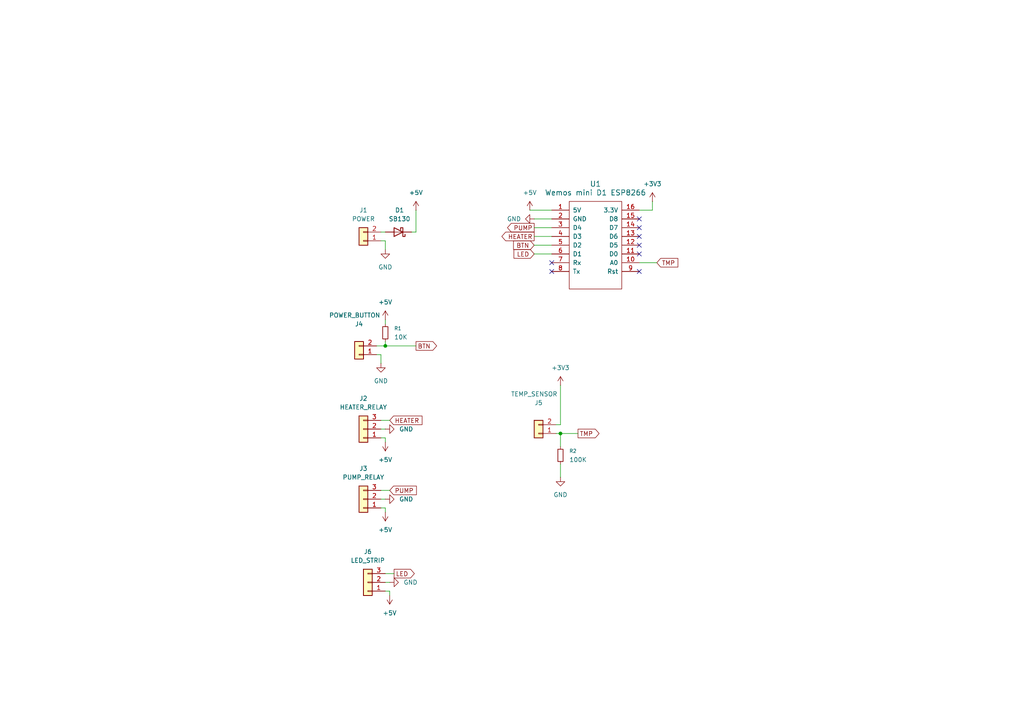
<source format=kicad_sch>
(kicad_sch
	(version 20250114)
	(generator "eeschema")
	(generator_version "9.0")
	(uuid "d323d366-709b-4012-b76f-a82d0c4d9b38")
	(paper "A4")
	(lib_symbols
		(symbol "Connector_Generic:Conn_01x02"
			(pin_names
				(offset 1.016)
				(hide yes)
			)
			(exclude_from_sim no)
			(in_bom yes)
			(on_board yes)
			(property "Reference" "J"
				(at 0 2.54 0)
				(effects
					(font
						(size 1.27 1.27)
					)
				)
			)
			(property "Value" "Conn_01x02"
				(at 0 -5.08 0)
				(effects
					(font
						(size 1.27 1.27)
					)
				)
			)
			(property "Footprint" ""
				(at 0 0 0)
				(effects
					(font
						(size 1.27 1.27)
					)
					(hide yes)
				)
			)
			(property "Datasheet" "~"
				(at 0 0 0)
				(effects
					(font
						(size 1.27 1.27)
					)
					(hide yes)
				)
			)
			(property "Description" "Generic connector, single row, 01x02, script generated (kicad-library-utils/schlib/autogen/connector/)"
				(at 0 0 0)
				(effects
					(font
						(size 1.27 1.27)
					)
					(hide yes)
				)
			)
			(property "ki_keywords" "connector"
				(at 0 0 0)
				(effects
					(font
						(size 1.27 1.27)
					)
					(hide yes)
				)
			)
			(property "ki_fp_filters" "Connector*:*_1x??_*"
				(at 0 0 0)
				(effects
					(font
						(size 1.27 1.27)
					)
					(hide yes)
				)
			)
			(symbol "Conn_01x02_1_1"
				(rectangle
					(start -1.27 1.27)
					(end 1.27 -3.81)
					(stroke
						(width 0.254)
						(type default)
					)
					(fill
						(type background)
					)
				)
				(rectangle
					(start -1.27 0.127)
					(end 0 -0.127)
					(stroke
						(width 0.1524)
						(type default)
					)
					(fill
						(type none)
					)
				)
				(rectangle
					(start -1.27 -2.413)
					(end 0 -2.667)
					(stroke
						(width 0.1524)
						(type default)
					)
					(fill
						(type none)
					)
				)
				(pin passive line
					(at -5.08 0 0)
					(length 3.81)
					(name "Pin_1"
						(effects
							(font
								(size 1.27 1.27)
							)
						)
					)
					(number "1"
						(effects
							(font
								(size 1.27 1.27)
							)
						)
					)
				)
				(pin passive line
					(at -5.08 -2.54 0)
					(length 3.81)
					(name "Pin_2"
						(effects
							(font
								(size 1.27 1.27)
							)
						)
					)
					(number "2"
						(effects
							(font
								(size 1.27 1.27)
							)
						)
					)
				)
			)
			(embedded_fonts no)
		)
		(symbol "Connector_Generic:Conn_01x03"
			(pin_names
				(offset 1.016)
				(hide yes)
			)
			(exclude_from_sim no)
			(in_bom yes)
			(on_board yes)
			(property "Reference" "J"
				(at 0 5.08 0)
				(effects
					(font
						(size 1.27 1.27)
					)
				)
			)
			(property "Value" "Conn_01x03"
				(at 0 -5.08 0)
				(effects
					(font
						(size 1.27 1.27)
					)
				)
			)
			(property "Footprint" ""
				(at 0 0 0)
				(effects
					(font
						(size 1.27 1.27)
					)
					(hide yes)
				)
			)
			(property "Datasheet" "~"
				(at 0 0 0)
				(effects
					(font
						(size 1.27 1.27)
					)
					(hide yes)
				)
			)
			(property "Description" "Generic connector, single row, 01x03, script generated (kicad-library-utils/schlib/autogen/connector/)"
				(at 0 0 0)
				(effects
					(font
						(size 1.27 1.27)
					)
					(hide yes)
				)
			)
			(property "ki_keywords" "connector"
				(at 0 0 0)
				(effects
					(font
						(size 1.27 1.27)
					)
					(hide yes)
				)
			)
			(property "ki_fp_filters" "Connector*:*_1x??_*"
				(at 0 0 0)
				(effects
					(font
						(size 1.27 1.27)
					)
					(hide yes)
				)
			)
			(symbol "Conn_01x03_1_1"
				(rectangle
					(start -1.27 3.81)
					(end 1.27 -3.81)
					(stroke
						(width 0.254)
						(type default)
					)
					(fill
						(type background)
					)
				)
				(rectangle
					(start -1.27 2.667)
					(end 0 2.413)
					(stroke
						(width 0.1524)
						(type default)
					)
					(fill
						(type none)
					)
				)
				(rectangle
					(start -1.27 0.127)
					(end 0 -0.127)
					(stroke
						(width 0.1524)
						(type default)
					)
					(fill
						(type none)
					)
				)
				(rectangle
					(start -1.27 -2.413)
					(end 0 -2.667)
					(stroke
						(width 0.1524)
						(type default)
					)
					(fill
						(type none)
					)
				)
				(pin passive line
					(at -5.08 2.54 0)
					(length 3.81)
					(name "Pin_1"
						(effects
							(font
								(size 1.27 1.27)
							)
						)
					)
					(number "1"
						(effects
							(font
								(size 1.27 1.27)
							)
						)
					)
				)
				(pin passive line
					(at -5.08 0 0)
					(length 3.81)
					(name "Pin_2"
						(effects
							(font
								(size 1.27 1.27)
							)
						)
					)
					(number "2"
						(effects
							(font
								(size 1.27 1.27)
							)
						)
					)
				)
				(pin passive line
					(at -5.08 -2.54 0)
					(length 3.81)
					(name "Pin_3"
						(effects
							(font
								(size 1.27 1.27)
							)
						)
					)
					(number "3"
						(effects
							(font
								(size 1.27 1.27)
							)
						)
					)
				)
			)
			(embedded_fonts no)
		)
		(symbol "Device:R_Small"
			(pin_numbers
				(hide yes)
			)
			(pin_names
				(offset 0.254)
				(hide yes)
			)
			(exclude_from_sim no)
			(in_bom yes)
			(on_board yes)
			(property "Reference" "R"
				(at 0 0 90)
				(effects
					(font
						(size 1.016 1.016)
					)
				)
			)
			(property "Value" "R_Small"
				(at 1.778 0 90)
				(effects
					(font
						(size 1.27 1.27)
					)
				)
			)
			(property "Footprint" ""
				(at 0 0 0)
				(effects
					(font
						(size 1.27 1.27)
					)
					(hide yes)
				)
			)
			(property "Datasheet" "~"
				(at 0 0 0)
				(effects
					(font
						(size 1.27 1.27)
					)
					(hide yes)
				)
			)
			(property "Description" "Resistor, small symbol"
				(at 0 0 0)
				(effects
					(font
						(size 1.27 1.27)
					)
					(hide yes)
				)
			)
			(property "ki_keywords" "R resistor"
				(at 0 0 0)
				(effects
					(font
						(size 1.27 1.27)
					)
					(hide yes)
				)
			)
			(property "ki_fp_filters" "R_*"
				(at 0 0 0)
				(effects
					(font
						(size 1.27 1.27)
					)
					(hide yes)
				)
			)
			(symbol "R_Small_0_1"
				(rectangle
					(start -0.762 1.778)
					(end 0.762 -1.778)
					(stroke
						(width 0.2032)
						(type default)
					)
					(fill
						(type none)
					)
				)
			)
			(symbol "R_Small_1_1"
				(pin passive line
					(at 0 2.54 270)
					(length 0.762)
					(name "~"
						(effects
							(font
								(size 1.27 1.27)
							)
						)
					)
					(number "1"
						(effects
							(font
								(size 1.27 1.27)
							)
						)
					)
				)
				(pin passive line
					(at 0 -2.54 90)
					(length 0.762)
					(name "~"
						(effects
							(font
								(size 1.27 1.27)
							)
						)
					)
					(number "2"
						(effects
							(font
								(size 1.27 1.27)
							)
						)
					)
				)
			)
			(embedded_fonts no)
		)
		(symbol "Diode:SB130"
			(pin_numbers
				(hide yes)
			)
			(pin_names
				(offset 1.016)
				(hide yes)
			)
			(exclude_from_sim no)
			(in_bom yes)
			(on_board yes)
			(property "Reference" "D"
				(at 0 2.54 0)
				(effects
					(font
						(size 1.27 1.27)
					)
				)
			)
			(property "Value" "SB130"
				(at 0 -2.54 0)
				(effects
					(font
						(size 1.27 1.27)
					)
				)
			)
			(property "Footprint" "Diode_THT:D_DO-41_SOD81_P10.16mm_Horizontal"
				(at 0 -4.445 0)
				(effects
					(font
						(size 1.27 1.27)
					)
					(hide yes)
				)
			)
			(property "Datasheet" "http://www.diodes.com/_files/datasheets/ds23022.pdf"
				(at 0 0 0)
				(effects
					(font
						(size 1.27 1.27)
					)
					(hide yes)
				)
			)
			(property "Description" "30V 1A Schottky Barrier Rectifier Diode, DO-41"
				(at 0 0 0)
				(effects
					(font
						(size 1.27 1.27)
					)
					(hide yes)
				)
			)
			(property "ki_keywords" "diode Schottky"
				(at 0 0 0)
				(effects
					(font
						(size 1.27 1.27)
					)
					(hide yes)
				)
			)
			(property "ki_fp_filters" "D*DO?41*"
				(at 0 0 0)
				(effects
					(font
						(size 1.27 1.27)
					)
					(hide yes)
				)
			)
			(symbol "SB130_0_1"
				(polyline
					(pts
						(xy -1.905 0.635) (xy -1.905 1.27) (xy -1.27 1.27) (xy -1.27 -1.27) (xy -0.635 -1.27) (xy -0.635 -0.635)
					)
					(stroke
						(width 0.254)
						(type default)
					)
					(fill
						(type none)
					)
				)
				(polyline
					(pts
						(xy 1.27 1.27) (xy 1.27 -1.27) (xy -1.27 0) (xy 1.27 1.27)
					)
					(stroke
						(width 0.254)
						(type default)
					)
					(fill
						(type none)
					)
				)
				(polyline
					(pts
						(xy 1.27 0) (xy -1.27 0)
					)
					(stroke
						(width 0)
						(type default)
					)
					(fill
						(type none)
					)
				)
			)
			(symbol "SB130_1_1"
				(pin passive line
					(at -3.81 0 0)
					(length 2.54)
					(name "K"
						(effects
							(font
								(size 1.27 1.27)
							)
						)
					)
					(number "1"
						(effects
							(font
								(size 1.27 1.27)
							)
						)
					)
				)
				(pin passive line
					(at 3.81 0 180)
					(length 2.54)
					(name "A"
						(effects
							(font
								(size 1.27 1.27)
							)
						)
					)
					(number "2"
						(effects
							(font
								(size 1.27 1.27)
							)
						)
					)
				)
			)
			(embedded_fonts no)
		)
		(symbol "power:+3V3"
			(power)
			(pin_numbers
				(hide yes)
			)
			(pin_names
				(offset 0)
				(hide yes)
			)
			(exclude_from_sim no)
			(in_bom yes)
			(on_board yes)
			(property "Reference" "#PWR"
				(at 0 -3.81 0)
				(effects
					(font
						(size 1.27 1.27)
					)
					(hide yes)
				)
			)
			(property "Value" "+3V3"
				(at 0 3.556 0)
				(effects
					(font
						(size 1.27 1.27)
					)
				)
			)
			(property "Footprint" ""
				(at 0 0 0)
				(effects
					(font
						(size 1.27 1.27)
					)
					(hide yes)
				)
			)
			(property "Datasheet" ""
				(at 0 0 0)
				(effects
					(font
						(size 1.27 1.27)
					)
					(hide yes)
				)
			)
			(property "Description" "Power symbol creates a global label with name \"+3V3\""
				(at 0 0 0)
				(effects
					(font
						(size 1.27 1.27)
					)
					(hide yes)
				)
			)
			(property "ki_keywords" "global power"
				(at 0 0 0)
				(effects
					(font
						(size 1.27 1.27)
					)
					(hide yes)
				)
			)
			(symbol "+3V3_0_1"
				(polyline
					(pts
						(xy -0.762 1.27) (xy 0 2.54)
					)
					(stroke
						(width 0)
						(type default)
					)
					(fill
						(type none)
					)
				)
				(polyline
					(pts
						(xy 0 2.54) (xy 0.762 1.27)
					)
					(stroke
						(width 0)
						(type default)
					)
					(fill
						(type none)
					)
				)
				(polyline
					(pts
						(xy 0 0) (xy 0 2.54)
					)
					(stroke
						(width 0)
						(type default)
					)
					(fill
						(type none)
					)
				)
			)
			(symbol "+3V3_1_1"
				(pin power_in line
					(at 0 0 90)
					(length 0)
					(name "~"
						(effects
							(font
								(size 1.27 1.27)
							)
						)
					)
					(number "1"
						(effects
							(font
								(size 1.27 1.27)
							)
						)
					)
				)
			)
			(embedded_fonts no)
		)
		(symbol "power:+5V"
			(power)
			(pin_numbers
				(hide yes)
			)
			(pin_names
				(offset 0)
				(hide yes)
			)
			(exclude_from_sim no)
			(in_bom yes)
			(on_board yes)
			(property "Reference" "#PWR"
				(at 0 -3.81 0)
				(effects
					(font
						(size 1.27 1.27)
					)
					(hide yes)
				)
			)
			(property "Value" "+5V"
				(at 0 3.556 0)
				(effects
					(font
						(size 1.27 1.27)
					)
				)
			)
			(property "Footprint" ""
				(at 0 0 0)
				(effects
					(font
						(size 1.27 1.27)
					)
					(hide yes)
				)
			)
			(property "Datasheet" ""
				(at 0 0 0)
				(effects
					(font
						(size 1.27 1.27)
					)
					(hide yes)
				)
			)
			(property "Description" "Power symbol creates a global label with name \"+5V\""
				(at 0 0 0)
				(effects
					(font
						(size 1.27 1.27)
					)
					(hide yes)
				)
			)
			(property "ki_keywords" "global power"
				(at 0 0 0)
				(effects
					(font
						(size 1.27 1.27)
					)
					(hide yes)
				)
			)
			(symbol "+5V_0_1"
				(polyline
					(pts
						(xy -0.762 1.27) (xy 0 2.54)
					)
					(stroke
						(width 0)
						(type default)
					)
					(fill
						(type none)
					)
				)
				(polyline
					(pts
						(xy 0 2.54) (xy 0.762 1.27)
					)
					(stroke
						(width 0)
						(type default)
					)
					(fill
						(type none)
					)
				)
				(polyline
					(pts
						(xy 0 0) (xy 0 2.54)
					)
					(stroke
						(width 0)
						(type default)
					)
					(fill
						(type none)
					)
				)
			)
			(symbol "+5V_1_1"
				(pin power_in line
					(at 0 0 90)
					(length 0)
					(name "~"
						(effects
							(font
								(size 1.27 1.27)
							)
						)
					)
					(number "1"
						(effects
							(font
								(size 1.27 1.27)
							)
						)
					)
				)
			)
			(embedded_fonts no)
		)
		(symbol "power:GND"
			(power)
			(pin_numbers
				(hide yes)
			)
			(pin_names
				(offset 0)
				(hide yes)
			)
			(exclude_from_sim no)
			(in_bom yes)
			(on_board yes)
			(property "Reference" "#PWR"
				(at 0 -6.35 0)
				(effects
					(font
						(size 1.27 1.27)
					)
					(hide yes)
				)
			)
			(property "Value" "GND"
				(at 0 -3.81 0)
				(effects
					(font
						(size 1.27 1.27)
					)
				)
			)
			(property "Footprint" ""
				(at 0 0 0)
				(effects
					(font
						(size 1.27 1.27)
					)
					(hide yes)
				)
			)
			(property "Datasheet" ""
				(at 0 0 0)
				(effects
					(font
						(size 1.27 1.27)
					)
					(hide yes)
				)
			)
			(property "Description" "Power symbol creates a global label with name \"GND\" , ground"
				(at 0 0 0)
				(effects
					(font
						(size 1.27 1.27)
					)
					(hide yes)
				)
			)
			(property "ki_keywords" "global power"
				(at 0 0 0)
				(effects
					(font
						(size 1.27 1.27)
					)
					(hide yes)
				)
			)
			(symbol "GND_0_1"
				(polyline
					(pts
						(xy 0 0) (xy 0 -1.27) (xy 1.27 -1.27) (xy 0 -2.54) (xy -1.27 -1.27) (xy 0 -1.27)
					)
					(stroke
						(width 0)
						(type default)
					)
					(fill
						(type none)
					)
				)
			)
			(symbol "GND_1_1"
				(pin power_in line
					(at 0 0 270)
					(length 0)
					(name "~"
						(effects
							(font
								(size 1.27 1.27)
							)
						)
					)
					(number "1"
						(effects
							(font
								(size 1.27 1.27)
							)
						)
					)
				)
			)
			(embedded_fonts no)
		)
		(symbol "wemos_mini:WeMos_mini"
			(pin_names
				(offset 1.016)
			)
			(exclude_from_sim no)
			(in_bom yes)
			(on_board yes)
			(property "Reference" "U"
				(at 0 12.7 0)
				(effects
					(font
						(size 1.524 1.524)
					)
				)
			)
			(property "Value" "WeMos_mini"
				(at 0 -12.7 0)
				(effects
					(font
						(size 1.524 1.524)
					)
				)
			)
			(property "Footprint" ""
				(at 13.97 -17.78 0)
				(effects
					(font
						(size 1.524 1.524)
					)
				)
			)
			(property "Datasheet" "http://www.wemos.cc/Products/d1_mini.html"
				(at 13.97 -17.78 0)
				(effects
					(font
						(size 1.524 1.524)
					)
				)
			)
			(property "Description" "WeMos D1 mini"
				(at 0 0 0)
				(effects
					(font
						(size 1.27 1.27)
					)
					(hide yes)
				)
			)
			(property "ki_keywords" "esp8266, wemos"
				(at 0 0 0)
				(effects
					(font
						(size 1.27 1.27)
					)
					(hide yes)
				)
			)
			(symbol "WeMos_mini_0_1"
				(rectangle
					(start -7.62 11.43)
					(end 7.62 -13.97)
					(stroke
						(width 0)
						(type solid)
					)
					(fill
						(type none)
					)
				)
			)
			(symbol "WeMos_mini_1_1"
				(pin power_in line
					(at -12.7 8.89 0)
					(length 5.08)
					(name "5V"
						(effects
							(font
								(size 1.27 1.27)
							)
						)
					)
					(number "1"
						(effects
							(font
								(size 1.27 1.27)
							)
						)
					)
				)
				(pin power_in line
					(at -12.7 6.35 0)
					(length 5.08)
					(name "GND"
						(effects
							(font
								(size 1.27 1.27)
							)
						)
					)
					(number "2"
						(effects
							(font
								(size 1.27 1.27)
							)
						)
					)
				)
				(pin bidirectional line
					(at -12.7 3.81 0)
					(length 5.08)
					(name "D4"
						(effects
							(font
								(size 1.27 1.27)
							)
						)
					)
					(number "3"
						(effects
							(font
								(size 1.27 1.27)
							)
						)
					)
				)
				(pin bidirectional line
					(at -12.7 1.27 0)
					(length 5.08)
					(name "D3"
						(effects
							(font
								(size 1.27 1.27)
							)
						)
					)
					(number "4"
						(effects
							(font
								(size 1.27 1.27)
							)
						)
					)
				)
				(pin bidirectional line
					(at -12.7 -1.27 0)
					(length 5.08)
					(name "D2"
						(effects
							(font
								(size 1.27 1.27)
							)
						)
					)
					(number "5"
						(effects
							(font
								(size 1.27 1.27)
							)
						)
					)
				)
				(pin bidirectional line
					(at -12.7 -3.81 0)
					(length 5.08)
					(name "D1"
						(effects
							(font
								(size 1.27 1.27)
							)
						)
					)
					(number "6"
						(effects
							(font
								(size 1.27 1.27)
							)
						)
					)
				)
				(pin bidirectional line
					(at -12.7 -6.35 0)
					(length 5.08)
					(name "Rx"
						(effects
							(font
								(size 1.27 1.27)
							)
						)
					)
					(number "7"
						(effects
							(font
								(size 1.27 1.27)
							)
						)
					)
				)
				(pin bidirectional line
					(at -12.7 -8.89 0)
					(length 5.08)
					(name "Tx"
						(effects
							(font
								(size 1.27 1.27)
							)
						)
					)
					(number "8"
						(effects
							(font
								(size 1.27 1.27)
							)
						)
					)
				)
				(pin power_out line
					(at 12.7 8.89 180)
					(length 5.08)
					(name "3.3V"
						(effects
							(font
								(size 1.27 1.27)
							)
						)
					)
					(number "16"
						(effects
							(font
								(size 1.27 1.27)
							)
						)
					)
				)
				(pin bidirectional line
					(at 12.7 6.35 180)
					(length 5.08)
					(name "D8"
						(effects
							(font
								(size 1.27 1.27)
							)
						)
					)
					(number "15"
						(effects
							(font
								(size 1.27 1.27)
							)
						)
					)
				)
				(pin bidirectional line
					(at 12.7 3.81 180)
					(length 5.08)
					(name "D7"
						(effects
							(font
								(size 1.27 1.27)
							)
						)
					)
					(number "14"
						(effects
							(font
								(size 1.27 1.27)
							)
						)
					)
				)
				(pin bidirectional line
					(at 12.7 1.27 180)
					(length 5.08)
					(name "D6"
						(effects
							(font
								(size 1.27 1.27)
							)
						)
					)
					(number "13"
						(effects
							(font
								(size 1.27 1.27)
							)
						)
					)
				)
				(pin bidirectional line
					(at 12.7 -1.27 180)
					(length 5.08)
					(name "D5"
						(effects
							(font
								(size 1.27 1.27)
							)
						)
					)
					(number "12"
						(effects
							(font
								(size 1.27 1.27)
							)
						)
					)
				)
				(pin bidirectional line
					(at 12.7 -3.81 180)
					(length 5.08)
					(name "D0"
						(effects
							(font
								(size 1.27 1.27)
							)
						)
					)
					(number "11"
						(effects
							(font
								(size 1.27 1.27)
							)
						)
					)
				)
				(pin bidirectional line
					(at 12.7 -6.35 180)
					(length 5.08)
					(name "A0"
						(effects
							(font
								(size 1.27 1.27)
							)
						)
					)
					(number "10"
						(effects
							(font
								(size 1.27 1.27)
							)
						)
					)
				)
				(pin bidirectional line
					(at 12.7 -8.89 180)
					(length 5.08)
					(name "Rst"
						(effects
							(font
								(size 1.27 1.27)
							)
						)
					)
					(number "9"
						(effects
							(font
								(size 1.27 1.27)
							)
						)
					)
				)
			)
			(embedded_fonts no)
		)
	)
	(junction
		(at 162.56 125.73)
		(diameter 0)
		(color 0 0 0 0)
		(uuid "b1750baf-8815-4755-bd4d-71771ff6dc17")
	)
	(junction
		(at 111.76 100.33)
		(diameter 0)
		(color 0 0 0 0)
		(uuid "b2b133af-007d-4a36-a38e-d49b2c87c34c")
	)
	(no_connect
		(at 185.42 66.04)
		(uuid "06a736f3-5b4f-415f-8d6b-1df46bf8a3fa")
	)
	(no_connect
		(at 160.02 76.2)
		(uuid "3aca5e1e-484a-4f49-a7d7-0224bed5394f")
	)
	(no_connect
		(at 185.42 73.66)
		(uuid "4d131b74-17c4-47df-9b05-2972b2bea1e5")
	)
	(no_connect
		(at 185.42 63.5)
		(uuid "677f6b51-3e4c-40de-8242-9c903f9f1305")
	)
	(no_connect
		(at 160.02 78.74)
		(uuid "746a557d-98a5-4c87-81fa-b6c016636c01")
	)
	(no_connect
		(at 185.42 78.74)
		(uuid "7a9cb2ea-7397-441e-9c1b-886facdf665f")
	)
	(no_connect
		(at 185.42 71.12)
		(uuid "a7900e4b-05f1-4211-9138-e22de3341e57")
	)
	(no_connect
		(at 185.42 68.58)
		(uuid "c3573c9d-4b26-4335-89db-f83fa5f54e6e")
	)
	(wire
		(pts
			(xy 120.65 67.31) (xy 119.38 67.31)
		)
		(stroke
			(width 0)
			(type default)
		)
		(uuid "027012fd-6edf-4e19-9b6b-933dcb38ddaf")
	)
	(wire
		(pts
			(xy 185.42 60.96) (xy 189.23 60.96)
		)
		(stroke
			(width 0)
			(type default)
		)
		(uuid "12a8a0d5-ba9c-44bc-bdec-dd07048981b6")
	)
	(wire
		(pts
			(xy 111.76 148.59) (xy 111.76 147.32)
		)
		(stroke
			(width 0)
			(type default)
		)
		(uuid "1984f4d5-73a9-4c33-9a4d-2bc58ac77976")
	)
	(wire
		(pts
			(xy 189.23 58.42) (xy 189.23 60.96)
		)
		(stroke
			(width 0)
			(type default)
		)
		(uuid "22592cd6-fae5-4855-932c-c6cf8c552e49")
	)
	(wire
		(pts
			(xy 110.49 121.92) (xy 113.03 121.92)
		)
		(stroke
			(width 0)
			(type default)
		)
		(uuid "2a72bccd-95d6-43b3-97aa-7d05c9fc9ab5")
	)
	(wire
		(pts
			(xy 154.94 71.12) (xy 160.02 71.12)
		)
		(stroke
			(width 0)
			(type default)
		)
		(uuid "2fd5a693-4268-4044-92ef-71f528bdaa2a")
	)
	(wire
		(pts
			(xy 162.56 134.62) (xy 162.56 138.43)
		)
		(stroke
			(width 0)
			(type default)
		)
		(uuid "618fbad6-15de-4bd0-9daf-64c31408ad65")
	)
	(wire
		(pts
			(xy 110.49 127) (xy 111.76 127)
		)
		(stroke
			(width 0)
			(type default)
		)
		(uuid "64123fc0-8f6f-4125-bcaf-86fe2b80cc40")
	)
	(wire
		(pts
			(xy 162.56 111.76) (xy 162.56 123.19)
		)
		(stroke
			(width 0)
			(type default)
		)
		(uuid "66da6842-ee27-49bf-9291-d792187d05a4")
	)
	(wire
		(pts
			(xy 120.65 60.96) (xy 120.65 67.31)
		)
		(stroke
			(width 0)
			(type default)
		)
		(uuid "72de14f2-4f2f-4bc0-aa0d-db31af6ad5fa")
	)
	(wire
		(pts
			(xy 111.76 166.37) (xy 114.3 166.37)
		)
		(stroke
			(width 0)
			(type default)
		)
		(uuid "758f80ad-c7ab-49c4-be04-95503530fe2d")
	)
	(wire
		(pts
			(xy 111.76 168.91) (xy 113.03 168.91)
		)
		(stroke
			(width 0)
			(type default)
		)
		(uuid "7689c0ff-36a4-4451-b2b5-d64d1ff36a57")
	)
	(wire
		(pts
			(xy 110.49 67.31) (xy 111.76 67.31)
		)
		(stroke
			(width 0)
			(type default)
		)
		(uuid "8c82650d-8e9c-42ea-b139-4dfc6d53b21d")
	)
	(wire
		(pts
			(xy 110.49 147.32) (xy 111.76 147.32)
		)
		(stroke
			(width 0)
			(type default)
		)
		(uuid "9358dcc4-39b6-427b-a25e-230a368b976c")
	)
	(wire
		(pts
			(xy 162.56 125.73) (xy 162.56 129.54)
		)
		(stroke
			(width 0)
			(type default)
		)
		(uuid "983ac825-fc83-4d83-801b-51a3cf44737b")
	)
	(wire
		(pts
			(xy 110.49 142.24) (xy 113.03 142.24)
		)
		(stroke
			(width 0)
			(type default)
		)
		(uuid "99d4975b-d410-4b31-80d4-7d46d226a508")
	)
	(wire
		(pts
			(xy 154.94 66.04) (xy 160.02 66.04)
		)
		(stroke
			(width 0)
			(type default)
		)
		(uuid "9a589cb4-2a36-40dd-84ac-479cf353e929")
	)
	(wire
		(pts
			(xy 111.76 171.45) (xy 113.03 171.45)
		)
		(stroke
			(width 0)
			(type default)
		)
		(uuid "9f31b044-0b38-4867-ae34-48c76290e5e8")
	)
	(wire
		(pts
			(xy 109.22 102.87) (xy 110.49 102.87)
		)
		(stroke
			(width 0)
			(type default)
		)
		(uuid "ae0459b1-093e-4b8d-b81b-87afd382861c")
	)
	(wire
		(pts
			(xy 109.22 100.33) (xy 111.76 100.33)
		)
		(stroke
			(width 0)
			(type default)
		)
		(uuid "af6e185f-35b9-469c-b04f-444a333a7e4f")
	)
	(wire
		(pts
			(xy 110.49 124.46) (xy 111.76 124.46)
		)
		(stroke
			(width 0)
			(type default)
		)
		(uuid "afb6ed5e-2168-453a-8c8d-b35ba355a9ad")
	)
	(wire
		(pts
			(xy 153.67 60.96) (xy 160.02 60.96)
		)
		(stroke
			(width 0)
			(type default)
		)
		(uuid "bb76f990-3582-4304-91f4-c98526d1bd18")
	)
	(wire
		(pts
			(xy 111.76 100.33) (xy 120.65 100.33)
		)
		(stroke
			(width 0)
			(type default)
		)
		(uuid "c0823663-f5da-4656-9ac1-9fb19b8d2b60")
	)
	(wire
		(pts
			(xy 154.94 68.58) (xy 160.02 68.58)
		)
		(stroke
			(width 0)
			(type default)
		)
		(uuid "c5d43cb4-c3b4-47d8-a9bf-ac9e3f327c23")
	)
	(wire
		(pts
			(xy 162.56 125.73) (xy 167.64 125.73)
		)
		(stroke
			(width 0)
			(type default)
		)
		(uuid "caefcbed-451e-496e-bf4b-1f0e87290650")
	)
	(wire
		(pts
			(xy 111.76 128.27) (xy 111.76 127)
		)
		(stroke
			(width 0)
			(type default)
		)
		(uuid "cbde8806-a7bc-4285-b099-4e67a04cc802")
	)
	(wire
		(pts
			(xy 113.03 172.72) (xy 113.03 171.45)
		)
		(stroke
			(width 0)
			(type default)
		)
		(uuid "d51a64a6-c2c4-4d84-b7b5-6cda5d4c0c16")
	)
	(wire
		(pts
			(xy 111.76 72.39) (xy 111.76 69.85)
		)
		(stroke
			(width 0)
			(type default)
		)
		(uuid "d8303953-aeac-45c4-8d8e-63450bf2c13b")
	)
	(wire
		(pts
			(xy 110.49 144.78) (xy 111.76 144.78)
		)
		(stroke
			(width 0)
			(type default)
		)
		(uuid "d9de039a-4342-4223-8e84-cdab0d49506f")
	)
	(wire
		(pts
			(xy 154.94 73.66) (xy 160.02 73.66)
		)
		(stroke
			(width 0)
			(type default)
		)
		(uuid "dace4df3-385f-43cb-b4e1-c98c7a59535f")
	)
	(wire
		(pts
			(xy 110.49 105.41) (xy 110.49 102.87)
		)
		(stroke
			(width 0)
			(type default)
		)
		(uuid "dcea2f97-e742-408b-939f-67d4c91d8ed8")
	)
	(wire
		(pts
			(xy 111.76 99.06) (xy 111.76 100.33)
		)
		(stroke
			(width 0)
			(type default)
		)
		(uuid "e13173ef-45fb-49dc-8e66-7bfc29e9967c")
	)
	(wire
		(pts
			(xy 185.42 76.2) (xy 190.5 76.2)
		)
		(stroke
			(width 0)
			(type default)
		)
		(uuid "e149f6e5-2989-469e-acb8-bed1579484b6")
	)
	(wire
		(pts
			(xy 110.49 69.85) (xy 111.76 69.85)
		)
		(stroke
			(width 0)
			(type default)
		)
		(uuid "e5b7e858-4888-4050-9ed3-c001e0e47b0a")
	)
	(wire
		(pts
			(xy 111.76 92.71) (xy 111.76 93.98)
		)
		(stroke
			(width 0)
			(type default)
		)
		(uuid "e5c66efa-afa3-4ecf-958f-6e5582f946a4")
	)
	(wire
		(pts
			(xy 161.29 123.19) (xy 162.56 123.19)
		)
		(stroke
			(width 0)
			(type default)
		)
		(uuid "e6e41560-ff41-42f7-a68a-3477ce968bfe")
	)
	(wire
		(pts
			(xy 154.94 63.5) (xy 160.02 63.5)
		)
		(stroke
			(width 0)
			(type default)
		)
		(uuid "ed7d89de-033e-4de2-8473-691251b5f000")
	)
	(wire
		(pts
			(xy 161.29 125.73) (xy 162.56 125.73)
		)
		(stroke
			(width 0)
			(type default)
		)
		(uuid "ed99c787-c626-42a1-b88c-71edb19e41e5")
	)
	(global_label "HEATER"
		(shape input)
		(at 113.03 121.92 0)
		(fields_autoplaced yes)
		(effects
			(font
				(size 1.27 1.27)
			)
			(justify left)
		)
		(uuid "110e69d4-7660-4d60-b831-cac5a6f3fc99")
		(property "Intersheetrefs" "${INTERSHEET_REFS}"
			(at 122.9699 121.92 0)
			(effects
				(font
					(size 1.27 1.27)
				)
				(justify left)
				(hide yes)
			)
		)
	)
	(global_label "BTN"
		(shape output)
		(at 120.65 100.33 0)
		(fields_autoplaced yes)
		(effects
			(font
				(size 1.27 1.27)
			)
			(justify left)
		)
		(uuid "120285a1-9b6d-4d9a-9b23-7d580b969b26")
		(property "Intersheetrefs" "${INTERSHEET_REFS}"
			(at 127.2033 100.33 0)
			(effects
				(font
					(size 1.27 1.27)
				)
				(justify left)
				(hide yes)
			)
		)
	)
	(global_label "PUMP"
		(shape input)
		(at 113.03 142.24 0)
		(fields_autoplaced yes)
		(effects
			(font
				(size 1.27 1.27)
			)
			(justify left)
		)
		(uuid "83b5495c-88c3-45ce-b0fc-da8cf3f96c94")
		(property "Intersheetrefs" "${INTERSHEET_REFS}"
			(at 121.3371 142.24 0)
			(effects
				(font
					(size 1.27 1.27)
				)
				(justify left)
				(hide yes)
			)
		)
	)
	(global_label "TMP"
		(shape output)
		(at 167.64 125.73 0)
		(fields_autoplaced yes)
		(effects
			(font
				(size 1.27 1.27)
			)
			(justify left)
		)
		(uuid "a5e4605a-eab4-489a-a199-6ac0593c2215")
		(property "Intersheetrefs" "${INTERSHEET_REFS}"
			(at 174.3142 125.73 0)
			(effects
				(font
					(size 1.27 1.27)
				)
				(justify left)
				(hide yes)
			)
		)
	)
	(global_label "BTN"
		(shape input)
		(at 154.94 71.12 180)
		(fields_autoplaced yes)
		(effects
			(font
				(size 1.27 1.27)
			)
			(justify right)
		)
		(uuid "b5811b8d-cf91-4846-ada1-584e18657c7f")
		(property "Intersheetrefs" "${INTERSHEET_REFS}"
			(at 148.3867 71.12 0)
			(effects
				(font
					(size 1.27 1.27)
				)
				(justify right)
				(hide yes)
			)
		)
	)
	(global_label "HEATER"
		(shape output)
		(at 154.94 68.58 180)
		(fields_autoplaced yes)
		(effects
			(font
				(size 1.27 1.27)
			)
			(justify right)
		)
		(uuid "bfabbedb-8f4b-4db2-bcdf-a125f3a76b66")
		(property "Intersheetrefs" "${INTERSHEET_REFS}"
			(at 145.0001 68.58 0)
			(effects
				(font
					(size 1.27 1.27)
				)
				(justify right)
				(hide yes)
			)
		)
	)
	(global_label "LED"
		(shape input)
		(at 154.94 73.66 180)
		(fields_autoplaced yes)
		(effects
			(font
				(size 1.27 1.27)
			)
			(justify right)
		)
		(uuid "ccbebbd7-efff-4141-b2c4-f85365fa7d86")
		(property "Intersheetrefs" "${INTERSHEET_REFS}"
			(at 148.5077 73.66 0)
			(effects
				(font
					(size 1.27 1.27)
				)
				(justify right)
				(hide yes)
			)
		)
	)
	(global_label "TMP"
		(shape input)
		(at 190.5 76.2 0)
		(fields_autoplaced yes)
		(effects
			(font
				(size 1.27 1.27)
			)
			(justify left)
		)
		(uuid "d7077d7d-79e8-4493-8604-bce87f61ab55")
		(property "Intersheetrefs" "${INTERSHEET_REFS}"
			(at 197.1742 76.2 0)
			(effects
				(font
					(size 1.27 1.27)
				)
				(justify left)
				(hide yes)
			)
		)
	)
	(global_label "PUMP"
		(shape output)
		(at 154.94 66.04 180)
		(fields_autoplaced yes)
		(effects
			(font
				(size 1.27 1.27)
			)
			(justify right)
		)
		(uuid "e21336fc-e4e1-47e4-9a7d-4d7fa6800851")
		(property "Intersheetrefs" "${INTERSHEET_REFS}"
			(at 146.6329 66.04 0)
			(effects
				(font
					(size 1.27 1.27)
				)
				(justify right)
				(hide yes)
			)
		)
	)
	(global_label "LED"
		(shape output)
		(at 114.3 166.37 0)
		(fields_autoplaced yes)
		(effects
			(font
				(size 1.27 1.27)
			)
			(justify left)
		)
		(uuid "f6f0947a-b9a0-40e7-90e5-723aa124b31b")
		(property "Intersheetrefs" "${INTERSHEET_REFS}"
			(at 120.7323 166.37 0)
			(effects
				(font
					(size 1.27 1.27)
				)
				(justify left)
				(hide yes)
			)
		)
	)
	(symbol
		(lib_id "power:GND")
		(at 162.56 138.43 0)
		(unit 1)
		(exclude_from_sim no)
		(in_bom yes)
		(on_board yes)
		(dnp no)
		(fields_autoplaced yes)
		(uuid "125b995a-f2c6-44db-aea8-f1cb64ea61cd")
		(property "Reference" "#PWR011"
			(at 162.56 144.78 0)
			(effects
				(font
					(size 1.27 1.27)
				)
				(hide yes)
			)
		)
		(property "Value" "GND"
			(at 162.56 143.51 0)
			(effects
				(font
					(size 1.27 1.27)
				)
			)
		)
		(property "Footprint" ""
			(at 162.56 138.43 0)
			(effects
				(font
					(size 1.27 1.27)
				)
				(hide yes)
			)
		)
		(property "Datasheet" ""
			(at 162.56 138.43 0)
			(effects
				(font
					(size 1.27 1.27)
				)
				(hide yes)
			)
		)
		(property "Description" "Power symbol creates a global label with name \"GND\" , ground"
			(at 162.56 138.43 0)
			(effects
				(font
					(size 1.27 1.27)
				)
				(hide yes)
			)
		)
		(pin "1"
			(uuid "a811f041-0a2d-4a62-b0a1-c9952eb884c8")
		)
		(instances
			(project "CoffeMaker"
				(path "/d323d366-709b-4012-b76f-a82d0c4d9b38"
					(reference "#PWR011")
					(unit 1)
				)
			)
		)
	)
	(symbol
		(lib_id "power:GND")
		(at 111.76 124.46 90)
		(unit 1)
		(exclude_from_sim no)
		(in_bom yes)
		(on_board yes)
		(dnp no)
		(fields_autoplaced yes)
		(uuid "1265a494-52f8-4659-bfd3-fb111520233b")
		(property "Reference" "#PWR06"
			(at 118.11 124.46 0)
			(effects
				(font
					(size 1.27 1.27)
				)
				(hide yes)
			)
		)
		(property "Value" "GND"
			(at 115.7571 124.4599 90)
			(effects
				(font
					(size 1.27 1.27)
				)
				(justify right)
			)
		)
		(property "Footprint" ""
			(at 111.76 124.46 0)
			(effects
				(font
					(size 1.27 1.27)
				)
				(hide yes)
			)
		)
		(property "Datasheet" ""
			(at 111.76 124.46 0)
			(effects
				(font
					(size 1.27 1.27)
				)
				(hide yes)
			)
		)
		(property "Description" "Power symbol creates a global label with name \"GND\" , ground"
			(at 111.76 124.46 0)
			(effects
				(font
					(size 1.27 1.27)
				)
				(hide yes)
			)
		)
		(pin "1"
			(uuid "7be6555e-5ace-4c5d-93b2-a1c09b96c7fc")
		)
		(instances
			(project "CoffeMaker"
				(path "/d323d366-709b-4012-b76f-a82d0c4d9b38"
					(reference "#PWR06")
					(unit 1)
				)
			)
		)
	)
	(symbol
		(lib_id "power:GND")
		(at 154.94 63.5 270)
		(unit 1)
		(exclude_from_sim no)
		(in_bom yes)
		(on_board yes)
		(dnp no)
		(fields_autoplaced yes)
		(uuid "13a239ec-8787-4006-b209-328e8565362c")
		(property "Reference" "#PWR04"
			(at 148.59 63.5 0)
			(effects
				(font
					(size 1.27 1.27)
				)
				(hide yes)
			)
		)
		(property "Value" "GND"
			(at 151.13 63.4999 90)
			(effects
				(font
					(size 1.27 1.27)
				)
				(justify right)
			)
		)
		(property "Footprint" ""
			(at 154.94 63.5 0)
			(effects
				(font
					(size 1.27 1.27)
				)
				(hide yes)
			)
		)
		(property "Datasheet" ""
			(at 154.94 63.5 0)
			(effects
				(font
					(size 1.27 1.27)
				)
				(hide yes)
			)
		)
		(property "Description" "Power symbol creates a global label with name \"GND\" , ground"
			(at 154.94 63.5 0)
			(effects
				(font
					(size 1.27 1.27)
				)
				(hide yes)
			)
		)
		(pin "1"
			(uuid "a99fda24-792e-4e65-bff3-29033ce5671c")
		)
		(instances
			(project "CoffeMaker"
				(path "/d323d366-709b-4012-b76f-a82d0c4d9b38"
					(reference "#PWR04")
					(unit 1)
				)
			)
		)
	)
	(symbol
		(lib_id "wemos_mini:WeMos_mini")
		(at 172.72 69.85 0)
		(unit 1)
		(exclude_from_sim no)
		(in_bom yes)
		(on_board yes)
		(dnp no)
		(fields_autoplaced yes)
		(uuid "22537098-c33c-4914-97a5-1fc5e313703d")
		(property "Reference" "U1"
			(at 172.72 53.34 0)
			(effects
				(font
					(size 1.524 1.524)
				)
			)
		)
		(property "Value" "Wemos mini D1 ESP8266"
			(at 172.72 55.88 0)
			(effects
				(font
					(size 1.524 1.524)
				)
			)
		)
		(property "Footprint" "wemos_d1_mini:D1_mini_board"
			(at 186.69 87.63 0)
			(effects
				(font
					(size 1.524 1.524)
				)
				(hide yes)
			)
		)
		(property "Datasheet" "http://www.wemos.cc/Products/d1_mini.html"
			(at 172.72 55.88 0)
			(effects
				(font
					(size 1.524 1.524)
				)
				(hide yes)
			)
		)
		(property "Description" "WeMos D1 mini"
			(at 172.72 69.85 0)
			(effects
				(font
					(size 1.27 1.27)
				)
				(hide yes)
			)
		)
		(pin "3"
			(uuid "bbc542e7-f465-48f8-8503-4f2dea0a7e34")
		)
		(pin "1"
			(uuid "a3fe5ed3-a747-4acf-a146-eee72450d38f")
		)
		(pin "2"
			(uuid "965f98ab-ced0-4c5d-9689-348fac8c0916")
		)
		(pin "9"
			(uuid "4a6b49c2-aec6-44b4-9bf2-bdfbd390a320")
		)
		(pin "12"
			(uuid "b33fc509-5f8e-453e-804d-975d69c9a71b")
		)
		(pin "4"
			(uuid "7217a043-8a95-455a-a559-113ed0659764")
		)
		(pin "5"
			(uuid "f6e97f7d-9d48-4ea6-910f-6b10f32323b7")
		)
		(pin "16"
			(uuid "3d2a15fd-6846-448c-9207-b6d46ef8c5fa")
		)
		(pin "15"
			(uuid "982eb303-8e18-4c6b-b551-6dd00758c1ab")
		)
		(pin "8"
			(uuid "79757c6f-b08b-4c67-b978-a09cd80a7572")
		)
		(pin "11"
			(uuid "6880f336-9b52-467d-94f8-434aadb5a4fd")
		)
		(pin "6"
			(uuid "5313faba-62f0-4835-a45a-8a49c798a143")
		)
		(pin "10"
			(uuid "86c233f6-ecc1-4175-ba3a-11f1227d92be")
		)
		(pin "14"
			(uuid "c22cf5b4-2add-4533-b449-83208912ed66")
		)
		(pin "7"
			(uuid "a6f912b5-7ffc-4c67-ae7f-f15d7dc0e29d")
		)
		(pin "13"
			(uuid "2d4b8dc5-18bb-460a-9cdf-de7b03bd0b17")
		)
		(instances
			(project ""
				(path "/d323d366-709b-4012-b76f-a82d0c4d9b38"
					(reference "U1")
					(unit 1)
				)
			)
		)
	)
	(symbol
		(lib_id "power:+3V3")
		(at 162.56 111.76 0)
		(unit 1)
		(exclude_from_sim no)
		(in_bom yes)
		(on_board yes)
		(dnp no)
		(fields_autoplaced yes)
		(uuid "24edc5bc-5c45-4ae5-a443-2dc470570174")
		(property "Reference" "#PWR012"
			(at 162.56 115.57 0)
			(effects
				(font
					(size 1.27 1.27)
				)
				(hide yes)
			)
		)
		(property "Value" "+3V3"
			(at 162.56 106.68 0)
			(effects
				(font
					(size 1.27 1.27)
				)
			)
		)
		(property "Footprint" ""
			(at 162.56 111.76 0)
			(effects
				(font
					(size 1.27 1.27)
				)
				(hide yes)
			)
		)
		(property "Datasheet" ""
			(at 162.56 111.76 0)
			(effects
				(font
					(size 1.27 1.27)
				)
				(hide yes)
			)
		)
		(property "Description" "Power symbol creates a global label with name \"+3V3\""
			(at 162.56 111.76 0)
			(effects
				(font
					(size 1.27 1.27)
				)
				(hide yes)
			)
		)
		(pin "1"
			(uuid "e8502f67-9895-48f9-8dd7-ddefd311f8a3")
		)
		(instances
			(project "CoffeMaker"
				(path "/d323d366-709b-4012-b76f-a82d0c4d9b38"
					(reference "#PWR012")
					(unit 1)
				)
			)
		)
	)
	(symbol
		(lib_id "Device:R_Small")
		(at 111.76 96.52 0)
		(unit 1)
		(exclude_from_sim no)
		(in_bom yes)
		(on_board yes)
		(dnp no)
		(fields_autoplaced yes)
		(uuid "27eb1a77-b135-4e96-a257-6883f4561226")
		(property "Reference" "R1"
			(at 114.3 95.2499 0)
			(effects
				(font
					(size 1.016 1.016)
				)
				(justify left)
			)
		)
		(property "Value" "10K"
			(at 114.3 97.7899 0)
			(effects
				(font
					(size 1.27 1.27)
				)
				(justify left)
			)
		)
		(property "Footprint" "Resistor_THT:R_Axial_DIN0207_L6.3mm_D2.5mm_P15.24mm_Horizontal"
			(at 111.76 96.52 0)
			(effects
				(font
					(size 1.27 1.27)
				)
				(hide yes)
			)
		)
		(property "Datasheet" "~"
			(at 111.76 96.52 0)
			(effects
				(font
					(size 1.27 1.27)
				)
				(hide yes)
			)
		)
		(property "Description" "Resistor, small symbol"
			(at 111.76 96.52 0)
			(effects
				(font
					(size 1.27 1.27)
				)
				(hide yes)
			)
		)
		(pin "1"
			(uuid "b8870d61-22c8-4f26-b34a-71359872cc73")
		)
		(pin "2"
			(uuid "1aad566b-f198-44ca-acb5-b634e252f0ec")
		)
		(instances
			(project ""
				(path "/d323d366-709b-4012-b76f-a82d0c4d9b38"
					(reference "R1")
					(unit 1)
				)
			)
		)
	)
	(symbol
		(lib_id "power:GND")
		(at 110.49 105.41 0)
		(unit 1)
		(exclude_from_sim no)
		(in_bom yes)
		(on_board yes)
		(dnp no)
		(fields_autoplaced yes)
		(uuid "2d8b84ad-984f-4c83-a418-fbb59953a40e")
		(property "Reference" "#PWR09"
			(at 110.49 111.76 0)
			(effects
				(font
					(size 1.27 1.27)
				)
				(hide yes)
			)
		)
		(property "Value" "GND"
			(at 110.49 110.49 0)
			(effects
				(font
					(size 1.27 1.27)
				)
			)
		)
		(property "Footprint" ""
			(at 110.49 105.41 0)
			(effects
				(font
					(size 1.27 1.27)
				)
				(hide yes)
			)
		)
		(property "Datasheet" ""
			(at 110.49 105.41 0)
			(effects
				(font
					(size 1.27 1.27)
				)
				(hide yes)
			)
		)
		(property "Description" "Power symbol creates a global label with name \"GND\" , ground"
			(at 110.49 105.41 0)
			(effects
				(font
					(size 1.27 1.27)
				)
				(hide yes)
			)
		)
		(pin "1"
			(uuid "ccc51efc-3a1d-4310-a7a1-fea4981d36ae")
		)
		(instances
			(project "CoffeMaker"
				(path "/d323d366-709b-4012-b76f-a82d0c4d9b38"
					(reference "#PWR09")
					(unit 1)
				)
			)
		)
	)
	(symbol
		(lib_id "power:+5V")
		(at 113.03 172.72 180)
		(unit 1)
		(exclude_from_sim no)
		(in_bom yes)
		(on_board yes)
		(dnp no)
		(fields_autoplaced yes)
		(uuid "3802fb3e-9c36-40a9-b8bd-10c90a3c87c5")
		(property "Reference" "#PWR015"
			(at 113.03 168.91 0)
			(effects
				(font
					(size 1.27 1.27)
				)
				(hide yes)
			)
		)
		(property "Value" "+5V"
			(at 113.03 177.8 0)
			(effects
				(font
					(size 1.27 1.27)
				)
			)
		)
		(property "Footprint" ""
			(at 113.03 172.72 0)
			(effects
				(font
					(size 1.27 1.27)
				)
				(hide yes)
			)
		)
		(property "Datasheet" ""
			(at 113.03 172.72 0)
			(effects
				(font
					(size 1.27 1.27)
				)
				(hide yes)
			)
		)
		(property "Description" "Power symbol creates a global label with name \"+5V\""
			(at 113.03 172.72 0)
			(effects
				(font
					(size 1.27 1.27)
				)
				(hide yes)
			)
		)
		(pin "1"
			(uuid "7f126f14-fcf7-4cd9-8ff0-6b1bb62ada83")
		)
		(instances
			(project "CoffeMaker"
				(path "/d323d366-709b-4012-b76f-a82d0c4d9b38"
					(reference "#PWR015")
					(unit 1)
				)
			)
		)
	)
	(symbol
		(lib_id "power:+5V")
		(at 111.76 128.27 180)
		(unit 1)
		(exclude_from_sim no)
		(in_bom yes)
		(on_board yes)
		(dnp no)
		(fields_autoplaced yes)
		(uuid "43d93a07-8e83-4317-968c-3e57c577333c")
		(property "Reference" "#PWR05"
			(at 111.76 124.46 0)
			(effects
				(font
					(size 1.27 1.27)
				)
				(hide yes)
			)
		)
		(property "Value" "+5V"
			(at 111.76 133.35 0)
			(effects
				(font
					(size 1.27 1.27)
				)
			)
		)
		(property "Footprint" ""
			(at 111.76 128.27 0)
			(effects
				(font
					(size 1.27 1.27)
				)
				(hide yes)
			)
		)
		(property "Datasheet" ""
			(at 111.76 128.27 0)
			(effects
				(font
					(size 1.27 1.27)
				)
				(hide yes)
			)
		)
		(property "Description" "Power symbol creates a global label with name \"+5V\""
			(at 111.76 128.27 0)
			(effects
				(font
					(size 1.27 1.27)
				)
				(hide yes)
			)
		)
		(pin "1"
			(uuid "e374462a-3e1b-4ecb-92d7-ec8689188060")
		)
		(instances
			(project "CoffeMaker"
				(path "/d323d366-709b-4012-b76f-a82d0c4d9b38"
					(reference "#PWR05")
					(unit 1)
				)
			)
		)
	)
	(symbol
		(lib_id "power:+5V")
		(at 111.76 92.71 0)
		(unit 1)
		(exclude_from_sim no)
		(in_bom yes)
		(on_board yes)
		(dnp no)
		(fields_autoplaced yes)
		(uuid "4fada97e-788c-406c-a69a-ef924f864f7d")
		(property "Reference" "#PWR010"
			(at 111.76 96.52 0)
			(effects
				(font
					(size 1.27 1.27)
				)
				(hide yes)
			)
		)
		(property "Value" "+5V"
			(at 111.76 87.63 0)
			(effects
				(font
					(size 1.27 1.27)
				)
			)
		)
		(property "Footprint" ""
			(at 111.76 92.71 0)
			(effects
				(font
					(size 1.27 1.27)
				)
				(hide yes)
			)
		)
		(property "Datasheet" ""
			(at 111.76 92.71 0)
			(effects
				(font
					(size 1.27 1.27)
				)
				(hide yes)
			)
		)
		(property "Description" "Power symbol creates a global label with name \"+5V\""
			(at 111.76 92.71 0)
			(effects
				(font
					(size 1.27 1.27)
				)
				(hide yes)
			)
		)
		(pin "1"
			(uuid "e79616d2-1054-4ab4-b566-7e8048e12b3c")
		)
		(instances
			(project "CoffeMaker"
				(path "/d323d366-709b-4012-b76f-a82d0c4d9b38"
					(reference "#PWR010")
					(unit 1)
				)
			)
		)
	)
	(symbol
		(lib_id "Connector_Generic:Conn_01x02")
		(at 156.21 125.73 180)
		(unit 1)
		(exclude_from_sim no)
		(in_bom yes)
		(on_board yes)
		(dnp no)
		(uuid "5f40221f-38cb-4f76-add8-e28484549aff")
		(property "Reference" "J5"
			(at 156.21 116.84 0)
			(effects
				(font
					(size 1.27 1.27)
				)
			)
		)
		(property "Value" "TEMP_SENSOR"
			(at 154.94 114.3 0)
			(effects
				(font
					(size 1.27 1.27)
				)
			)
		)
		(property "Footprint" "Connector_JST:JST_XH_B2B-XH-AM_1x02_P2.50mm_Vertical"
			(at 156.21 125.73 0)
			(effects
				(font
					(size 1.27 1.27)
				)
				(hide yes)
			)
		)
		(property "Datasheet" "~"
			(at 156.21 125.73 0)
			(effects
				(font
					(size 1.27 1.27)
				)
				(hide yes)
			)
		)
		(property "Description" "Generic connector, single row, 01x02, script generated (kicad-library-utils/schlib/autogen/connector/)"
			(at 156.21 125.73 0)
			(effects
				(font
					(size 1.27 1.27)
				)
				(hide yes)
			)
		)
		(pin "1"
			(uuid "85b45752-52ff-4227-9652-c54a615e3546")
		)
		(pin "2"
			(uuid "c37a7ca1-4e74-4f82-b72b-b5f56ae14f87")
		)
		(instances
			(project "CoffeMaker"
				(path "/d323d366-709b-4012-b76f-a82d0c4d9b38"
					(reference "J5")
					(unit 1)
				)
			)
		)
	)
	(symbol
		(lib_id "power:+5V")
		(at 120.65 60.96 0)
		(unit 1)
		(exclude_from_sim no)
		(in_bom yes)
		(on_board yes)
		(dnp no)
		(fields_autoplaced yes)
		(uuid "60f94ee6-73a0-4018-91a2-7336e458aac6")
		(property "Reference" "#PWR02"
			(at 120.65 64.77 0)
			(effects
				(font
					(size 1.27 1.27)
				)
				(hide yes)
			)
		)
		(property "Value" "+5V"
			(at 120.65 55.88 0)
			(effects
				(font
					(size 1.27 1.27)
				)
			)
		)
		(property "Footprint" ""
			(at 120.65 60.96 0)
			(effects
				(font
					(size 1.27 1.27)
				)
				(hide yes)
			)
		)
		(property "Datasheet" ""
			(at 120.65 60.96 0)
			(effects
				(font
					(size 1.27 1.27)
				)
				(hide yes)
			)
		)
		(property "Description" "Power symbol creates a global label with name \"+5V\""
			(at 120.65 60.96 0)
			(effects
				(font
					(size 1.27 1.27)
				)
				(hide yes)
			)
		)
		(pin "1"
			(uuid "c369c5d2-320d-4175-9312-7aef7cb7e3bc")
		)
		(instances
			(project ""
				(path "/d323d366-709b-4012-b76f-a82d0c4d9b38"
					(reference "#PWR02")
					(unit 1)
				)
			)
		)
	)
	(symbol
		(lib_id "power:GND")
		(at 111.76 144.78 90)
		(unit 1)
		(exclude_from_sim no)
		(in_bom yes)
		(on_board yes)
		(dnp no)
		(fields_autoplaced yes)
		(uuid "84fe2637-7078-4de7-91e1-06c34eb3e453")
		(property "Reference" "#PWR07"
			(at 118.11 144.78 0)
			(effects
				(font
					(size 1.27 1.27)
				)
				(hide yes)
			)
		)
		(property "Value" "GND"
			(at 115.7571 144.7799 90)
			(effects
				(font
					(size 1.27 1.27)
				)
				(justify right)
			)
		)
		(property "Footprint" ""
			(at 111.76 144.78 0)
			(effects
				(font
					(size 1.27 1.27)
				)
				(hide yes)
			)
		)
		(property "Datasheet" ""
			(at 111.76 144.78 0)
			(effects
				(font
					(size 1.27 1.27)
				)
				(hide yes)
			)
		)
		(property "Description" "Power symbol creates a global label with name \"GND\" , ground"
			(at 111.76 144.78 0)
			(effects
				(font
					(size 1.27 1.27)
				)
				(hide yes)
			)
		)
		(pin "1"
			(uuid "c194c795-f6bf-4cd3-bc1c-672cd329cdac")
		)
		(instances
			(project "CoffeMaker"
				(path "/d323d366-709b-4012-b76f-a82d0c4d9b38"
					(reference "#PWR07")
					(unit 1)
				)
			)
		)
	)
	(symbol
		(lib_id "power:GND")
		(at 113.03 168.91 90)
		(unit 1)
		(exclude_from_sim no)
		(in_bom yes)
		(on_board yes)
		(dnp no)
		(fields_autoplaced yes)
		(uuid "8ee1f2aa-a4c5-4b1c-8e8a-b9d01ba5e82b")
		(property "Reference" "#PWR014"
			(at 119.38 168.91 0)
			(effects
				(font
					(size 1.27 1.27)
				)
				(hide yes)
			)
		)
		(property "Value" "GND"
			(at 117.0271 168.9099 90)
			(effects
				(font
					(size 1.27 1.27)
				)
				(justify right)
			)
		)
		(property "Footprint" ""
			(at 113.03 168.91 0)
			(effects
				(font
					(size 1.27 1.27)
				)
				(hide yes)
			)
		)
		(property "Datasheet" ""
			(at 113.03 168.91 0)
			(effects
				(font
					(size 1.27 1.27)
				)
				(hide yes)
			)
		)
		(property "Description" "Power symbol creates a global label with name \"GND\" , ground"
			(at 113.03 168.91 0)
			(effects
				(font
					(size 1.27 1.27)
				)
				(hide yes)
			)
		)
		(pin "1"
			(uuid "7a10bd44-4b68-48a4-871b-d0b9553269ac")
		)
		(instances
			(project "CoffeMaker"
				(path "/d323d366-709b-4012-b76f-a82d0c4d9b38"
					(reference "#PWR014")
					(unit 1)
				)
			)
		)
	)
	(symbol
		(lib_id "Diode:SB130")
		(at 115.57 67.31 180)
		(unit 1)
		(exclude_from_sim no)
		(in_bom yes)
		(on_board yes)
		(dnp no)
		(fields_autoplaced yes)
		(uuid "9c1a41a7-6d71-496e-b205-a12e9a5dc032")
		(property "Reference" "D1"
			(at 115.8875 60.96 0)
			(effects
				(font
					(size 1.27 1.27)
				)
			)
		)
		(property "Value" "SB130"
			(at 115.8875 63.5 0)
			(effects
				(font
					(size 1.27 1.27)
				)
			)
		)
		(property "Footprint" "Diode_THT:D_DO-41_SOD81_P10.16mm_Horizontal"
			(at 115.57 62.865 0)
			(effects
				(font
					(size 1.27 1.27)
				)
				(hide yes)
			)
		)
		(property "Datasheet" "http://www.diodes.com/_files/datasheets/ds23022.pdf"
			(at 115.57 67.31 0)
			(effects
				(font
					(size 1.27 1.27)
				)
				(hide yes)
			)
		)
		(property "Description" "30V 1A Schottky Barrier Rectifier Diode, DO-41"
			(at 115.57 67.31 0)
			(effects
				(font
					(size 1.27 1.27)
				)
				(hide yes)
			)
		)
		(pin "1"
			(uuid "aec7c181-e775-4dbc-958d-16d5e8e83fa1")
		)
		(pin "2"
			(uuid "24b0f3c1-e08a-4181-b5b9-a199cc09e919")
		)
		(instances
			(project ""
				(path "/d323d366-709b-4012-b76f-a82d0c4d9b38"
					(reference "D1")
					(unit 1)
				)
			)
		)
	)
	(symbol
		(lib_id "power:+5V")
		(at 111.76 148.59 180)
		(unit 1)
		(exclude_from_sim no)
		(in_bom yes)
		(on_board yes)
		(dnp no)
		(fields_autoplaced yes)
		(uuid "a8fb9024-9153-4e82-a479-4b227dafbfbe")
		(property "Reference" "#PWR08"
			(at 111.76 144.78 0)
			(effects
				(font
					(size 1.27 1.27)
				)
				(hide yes)
			)
		)
		(property "Value" "+5V"
			(at 111.76 153.67 0)
			(effects
				(font
					(size 1.27 1.27)
				)
			)
		)
		(property "Footprint" ""
			(at 111.76 148.59 0)
			(effects
				(font
					(size 1.27 1.27)
				)
				(hide yes)
			)
		)
		(property "Datasheet" ""
			(at 111.76 148.59 0)
			(effects
				(font
					(size 1.27 1.27)
				)
				(hide yes)
			)
		)
		(property "Description" "Power symbol creates a global label with name \"+5V\""
			(at 111.76 148.59 0)
			(effects
				(font
					(size 1.27 1.27)
				)
				(hide yes)
			)
		)
		(pin "1"
			(uuid "9ad6e793-591a-43ff-a6fc-224a76d0ede5")
		)
		(instances
			(project "CoffeMaker"
				(path "/d323d366-709b-4012-b76f-a82d0c4d9b38"
					(reference "#PWR08")
					(unit 1)
				)
			)
		)
	)
	(symbol
		(lib_id "Connector_Generic:Conn_01x02")
		(at 105.41 69.85 180)
		(unit 1)
		(exclude_from_sim no)
		(in_bom yes)
		(on_board yes)
		(dnp no)
		(fields_autoplaced yes)
		(uuid "b4828eed-8dbc-41c1-b296-c9a6cf363110")
		(property "Reference" "J1"
			(at 105.41 60.96 0)
			(effects
				(font
					(size 1.27 1.27)
				)
			)
		)
		(property "Value" "POWER"
			(at 105.41 63.5 0)
			(effects
				(font
					(size 1.27 1.27)
				)
			)
		)
		(property "Footprint" "Connector_JST:JST_XH_B2B-XH-AM_1x02_P2.50mm_Vertical"
			(at 105.41 69.85 0)
			(effects
				(font
					(size 1.27 1.27)
				)
				(hide yes)
			)
		)
		(property "Datasheet" "~"
			(at 105.41 69.85 0)
			(effects
				(font
					(size 1.27 1.27)
				)
				(hide yes)
			)
		)
		(property "Description" "Generic connector, single row, 01x02, script generated (kicad-library-utils/schlib/autogen/connector/)"
			(at 105.41 69.85 0)
			(effects
				(font
					(size 1.27 1.27)
				)
				(hide yes)
			)
		)
		(pin "1"
			(uuid "15b791f9-4e95-4958-92f9-604091efa49f")
		)
		(pin "2"
			(uuid "00cadb5e-3812-4293-a15c-3c659e032c7d")
		)
		(instances
			(project ""
				(path "/d323d366-709b-4012-b76f-a82d0c4d9b38"
					(reference "J1")
					(unit 1)
				)
			)
		)
	)
	(symbol
		(lib_id "power:+5V")
		(at 153.67 60.96 0)
		(unit 1)
		(exclude_from_sim no)
		(in_bom yes)
		(on_board yes)
		(dnp no)
		(fields_autoplaced yes)
		(uuid "ba167312-2514-45b6-90ad-96c35d4652ef")
		(property "Reference" "#PWR03"
			(at 153.67 64.77 0)
			(effects
				(font
					(size 1.27 1.27)
				)
				(hide yes)
			)
		)
		(property "Value" "+5V"
			(at 153.67 55.88 0)
			(effects
				(font
					(size 1.27 1.27)
				)
			)
		)
		(property "Footprint" ""
			(at 153.67 60.96 0)
			(effects
				(font
					(size 1.27 1.27)
				)
				(hide yes)
			)
		)
		(property "Datasheet" ""
			(at 153.67 60.96 0)
			(effects
				(font
					(size 1.27 1.27)
				)
				(hide yes)
			)
		)
		(property "Description" "Power symbol creates a global label with name \"+5V\""
			(at 153.67 60.96 0)
			(effects
				(font
					(size 1.27 1.27)
				)
				(hide yes)
			)
		)
		(pin "1"
			(uuid "5a0f86af-aef2-4f62-9491-077b777669dd")
		)
		(instances
			(project "CoffeMaker"
				(path "/d323d366-709b-4012-b76f-a82d0c4d9b38"
					(reference "#PWR03")
					(unit 1)
				)
			)
		)
	)
	(symbol
		(lib_id "Connector_Generic:Conn_01x03")
		(at 105.41 144.78 180)
		(unit 1)
		(exclude_from_sim no)
		(in_bom yes)
		(on_board yes)
		(dnp no)
		(fields_autoplaced yes)
		(uuid "c263b00a-691d-46df-8740-0f6c3ff98f99")
		(property "Reference" "J3"
			(at 105.41 135.89 0)
			(effects
				(font
					(size 1.27 1.27)
				)
			)
		)
		(property "Value" "PUMP_RELAY"
			(at 105.41 138.43 0)
			(effects
				(font
					(size 1.27 1.27)
				)
			)
		)
		(property "Footprint" "Connector_JST:JST_XH_B3B-XH-AM_1x03_P2.50mm_Vertical"
			(at 105.41 144.78 0)
			(effects
				(font
					(size 1.27 1.27)
				)
				(hide yes)
			)
		)
		(property "Datasheet" "~"
			(at 105.41 144.78 0)
			(effects
				(font
					(size 1.27 1.27)
				)
				(hide yes)
			)
		)
		(property "Description" "Generic connector, single row, 01x03, script generated (kicad-library-utils/schlib/autogen/connector/)"
			(at 105.41 144.78 0)
			(effects
				(font
					(size 1.27 1.27)
				)
				(hide yes)
			)
		)
		(pin "2"
			(uuid "2d744a94-315d-46bc-a6a2-3d627ac45772")
		)
		(pin "3"
			(uuid "0709af1e-63b0-46b2-95cb-9e90258b011f")
		)
		(pin "1"
			(uuid "662670a4-32f9-4abe-a414-5c6402180753")
		)
		(instances
			(project "CoffeMaker"
				(path "/d323d366-709b-4012-b76f-a82d0c4d9b38"
					(reference "J3")
					(unit 1)
				)
			)
		)
	)
	(symbol
		(lib_id "Connector_Generic:Conn_01x03")
		(at 105.41 124.46 180)
		(unit 1)
		(exclude_from_sim no)
		(in_bom yes)
		(on_board yes)
		(dnp no)
		(fields_autoplaced yes)
		(uuid "c57d2cec-3983-4ba4-8b26-d5297acd2a9d")
		(property "Reference" "J2"
			(at 105.41 115.57 0)
			(effects
				(font
					(size 1.27 1.27)
				)
			)
		)
		(property "Value" "HEATER_RELAY"
			(at 105.41 118.11 0)
			(effects
				(font
					(size 1.27 1.27)
				)
			)
		)
		(property "Footprint" "Connector_JST:JST_XH_B3B-XH-AM_1x03_P2.50mm_Vertical"
			(at 105.41 124.46 0)
			(effects
				(font
					(size 1.27 1.27)
				)
				(hide yes)
			)
		)
		(property "Datasheet" "~"
			(at 105.41 124.46 0)
			(effects
				(font
					(size 1.27 1.27)
				)
				(hide yes)
			)
		)
		(property "Description" "Generic connector, single row, 01x03, script generated (kicad-library-utils/schlib/autogen/connector/)"
			(at 105.41 124.46 0)
			(effects
				(font
					(size 1.27 1.27)
				)
				(hide yes)
			)
		)
		(pin "2"
			(uuid "ed2d2d41-99af-472c-9c77-a02b0e740fd0")
		)
		(pin "3"
			(uuid "d1679731-46a1-4b14-b54b-10d68097ce39")
		)
		(pin "1"
			(uuid "051bbee2-41b5-46ad-9a1b-fa13b630f0c0")
		)
		(instances
			(project ""
				(path "/d323d366-709b-4012-b76f-a82d0c4d9b38"
					(reference "J2")
					(unit 1)
				)
			)
		)
	)
	(symbol
		(lib_id "Connector_Generic:Conn_01x03")
		(at 106.68 168.91 180)
		(unit 1)
		(exclude_from_sim no)
		(in_bom yes)
		(on_board yes)
		(dnp no)
		(fields_autoplaced yes)
		(uuid "c8b14fe5-e827-433f-bc67-f59a88d42d39")
		(property "Reference" "J6"
			(at 106.68 160.02 0)
			(effects
				(font
					(size 1.27 1.27)
				)
			)
		)
		(property "Value" "LED_STRIP"
			(at 106.68 162.56 0)
			(effects
				(font
					(size 1.27 1.27)
				)
			)
		)
		(property "Footprint" "Connector_JST:JST_XH_B3B-XH-AM_1x03_P2.50mm_Vertical"
			(at 106.68 168.91 0)
			(effects
				(font
					(size 1.27 1.27)
				)
				(hide yes)
			)
		)
		(property "Datasheet" "~"
			(at 106.68 168.91 0)
			(effects
				(font
					(size 1.27 1.27)
				)
				(hide yes)
			)
		)
		(property "Description" "Generic connector, single row, 01x03, script generated (kicad-library-utils/schlib/autogen/connector/)"
			(at 106.68 168.91 0)
			(effects
				(font
					(size 1.27 1.27)
				)
				(hide yes)
			)
		)
		(pin "2"
			(uuid "5821d58d-ae0f-4a63-ad5b-c33cd1743296")
		)
		(pin "3"
			(uuid "aa8b8ecc-21ea-4284-92f4-f5e202571bd9")
		)
		(pin "1"
			(uuid "88fb9f65-a353-44db-9518-3bd1d18ad1d9")
		)
		(instances
			(project "CoffeMaker"
				(path "/d323d366-709b-4012-b76f-a82d0c4d9b38"
					(reference "J6")
					(unit 1)
				)
			)
		)
	)
	(symbol
		(lib_id "Connector_Generic:Conn_01x02")
		(at 104.14 102.87 180)
		(unit 1)
		(exclude_from_sim no)
		(in_bom yes)
		(on_board yes)
		(dnp no)
		(uuid "d0ed54e9-0e59-4d18-ae51-7c8e0a9ecbe2")
		(property "Reference" "J4"
			(at 104.14 93.98 0)
			(effects
				(font
					(size 1.27 1.27)
				)
			)
		)
		(property "Value" "POWER_BUTTON"
			(at 102.87 91.44 0)
			(effects
				(font
					(size 1.27 1.27)
				)
			)
		)
		(property "Footprint" "Connector_JST:JST_XH_B2B-XH-AM_1x02_P2.50mm_Vertical"
			(at 104.14 102.87 0)
			(effects
				(font
					(size 1.27 1.27)
				)
				(hide yes)
			)
		)
		(property "Datasheet" "~"
			(at 104.14 102.87 0)
			(effects
				(font
					(size 1.27 1.27)
				)
				(hide yes)
			)
		)
		(property "Description" "Generic connector, single row, 01x02, script generated (kicad-library-utils/schlib/autogen/connector/)"
			(at 104.14 102.87 0)
			(effects
				(font
					(size 1.27 1.27)
				)
				(hide yes)
			)
		)
		(pin "1"
			(uuid "b7688015-9d4e-4f82-9e0a-3ba667e4c6ea")
		)
		(pin "2"
			(uuid "0d71aeb2-312b-42e4-bdb4-b624b00c41f1")
		)
		(instances
			(project "CoffeMaker"
				(path "/d323d366-709b-4012-b76f-a82d0c4d9b38"
					(reference "J4")
					(unit 1)
				)
			)
		)
	)
	(symbol
		(lib_id "power:GND")
		(at 111.76 72.39 0)
		(unit 1)
		(exclude_from_sim no)
		(in_bom yes)
		(on_board yes)
		(dnp no)
		(fields_autoplaced yes)
		(uuid "e623c9bc-506d-4d90-9996-def6ab57de86")
		(property "Reference" "#PWR01"
			(at 111.76 78.74 0)
			(effects
				(font
					(size 1.27 1.27)
				)
				(hide yes)
			)
		)
		(property "Value" "GND"
			(at 111.76 77.47 0)
			(effects
				(font
					(size 1.27 1.27)
				)
			)
		)
		(property "Footprint" ""
			(at 111.76 72.39 0)
			(effects
				(font
					(size 1.27 1.27)
				)
				(hide yes)
			)
		)
		(property "Datasheet" ""
			(at 111.76 72.39 0)
			(effects
				(font
					(size 1.27 1.27)
				)
				(hide yes)
			)
		)
		(property "Description" "Power symbol creates a global label with name \"GND\" , ground"
			(at 111.76 72.39 0)
			(effects
				(font
					(size 1.27 1.27)
				)
				(hide yes)
			)
		)
		(pin "1"
			(uuid "9b50122b-e8fb-4eaa-98fa-845e23572a56")
		)
		(instances
			(project ""
				(path "/d323d366-709b-4012-b76f-a82d0c4d9b38"
					(reference "#PWR01")
					(unit 1)
				)
			)
		)
	)
	(symbol
		(lib_id "power:+3V3")
		(at 189.23 58.42 0)
		(unit 1)
		(exclude_from_sim no)
		(in_bom yes)
		(on_board yes)
		(dnp no)
		(fields_autoplaced yes)
		(uuid "f6dd83b6-3f8b-4029-ac39-3e54a2805d79")
		(property "Reference" "#PWR013"
			(at 189.23 62.23 0)
			(effects
				(font
					(size 1.27 1.27)
				)
				(hide yes)
			)
		)
		(property "Value" "+3V3"
			(at 189.23 53.34 0)
			(effects
				(font
					(size 1.27 1.27)
				)
			)
		)
		(property "Footprint" ""
			(at 189.23 58.42 0)
			(effects
				(font
					(size 1.27 1.27)
				)
				(hide yes)
			)
		)
		(property "Datasheet" ""
			(at 189.23 58.42 0)
			(effects
				(font
					(size 1.27 1.27)
				)
				(hide yes)
			)
		)
		(property "Description" "Power symbol creates a global label with name \"+3V3\""
			(at 189.23 58.42 0)
			(effects
				(font
					(size 1.27 1.27)
				)
				(hide yes)
			)
		)
		(pin "1"
			(uuid "fa98ac69-2b77-446c-ad3b-b32f831d78e1")
		)
		(instances
			(project ""
				(path "/d323d366-709b-4012-b76f-a82d0c4d9b38"
					(reference "#PWR013")
					(unit 1)
				)
			)
		)
	)
	(symbol
		(lib_id "Device:R_Small")
		(at 162.56 132.08 0)
		(unit 1)
		(exclude_from_sim no)
		(in_bom yes)
		(on_board yes)
		(dnp no)
		(fields_autoplaced yes)
		(uuid "ffa1f6f0-e5fc-4230-9c3e-311fb40b5718")
		(property "Reference" "R2"
			(at 165.1 130.8099 0)
			(effects
				(font
					(size 1.016 1.016)
				)
				(justify left)
			)
		)
		(property "Value" "100K"
			(at 165.1 133.3499 0)
			(effects
				(font
					(size 1.27 1.27)
				)
				(justify left)
			)
		)
		(property "Footprint" "Resistor_THT:R_Axial_DIN0207_L6.3mm_D2.5mm_P15.24mm_Horizontal"
			(at 162.56 132.08 0)
			(effects
				(font
					(size 1.27 1.27)
				)
				(hide yes)
			)
		)
		(property "Datasheet" "~"
			(at 162.56 132.08 0)
			(effects
				(font
					(size 1.27 1.27)
				)
				(hide yes)
			)
		)
		(property "Description" "Resistor, small symbol"
			(at 162.56 132.08 0)
			(effects
				(font
					(size 1.27 1.27)
				)
				(hide yes)
			)
		)
		(pin "1"
			(uuid "dd462963-7c5b-466d-b6c5-83f0a962d22b")
		)
		(pin "2"
			(uuid "3f7700f5-f981-4c4c-89e7-53f08c2bfc4e")
		)
		(instances
			(project "CoffeMaker"
				(path "/d323d366-709b-4012-b76f-a82d0c4d9b38"
					(reference "R2")
					(unit 1)
				)
			)
		)
	)
	(sheet_instances
		(path "/"
			(page "1")
		)
	)
	(embedded_fonts no)
)

</source>
